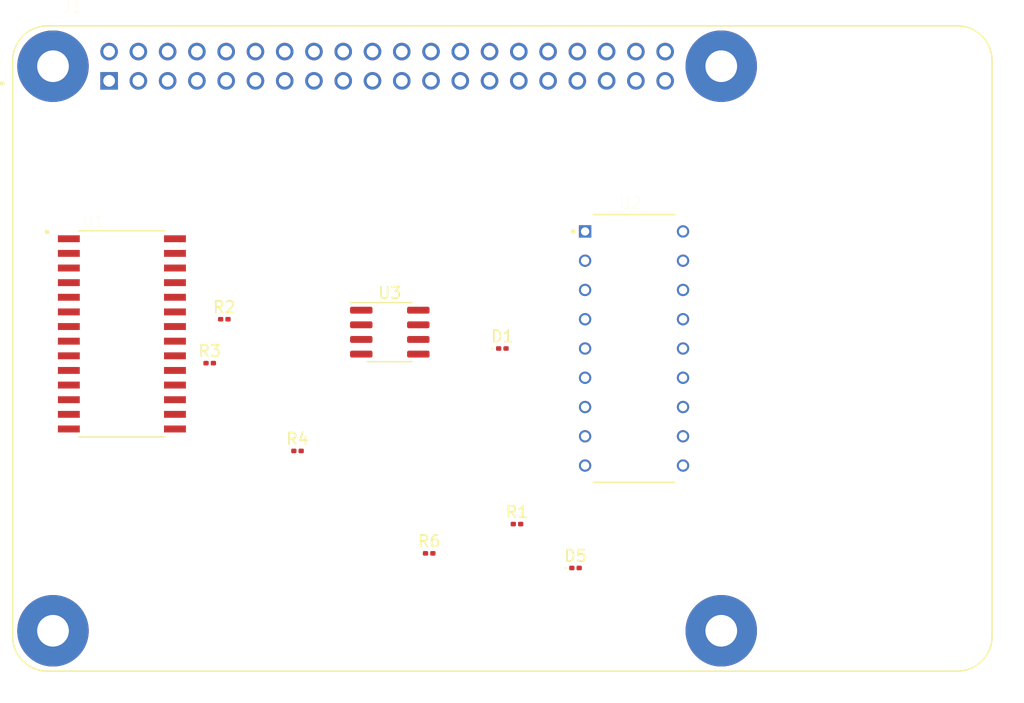
<source format=kicad_pcb>
(kicad_pcb (version 20171130) (host pcbnew "(5.1.9)-1")

  (general
    (thickness 1.6)
    (drawings 0)
    (tracks 0)
    (zones 0)
    (modules 11)
    (nets 61)
  )

  (page A4)
  (layers
    (0 F.Cu signal)
    (31 B.Cu signal)
    (32 B.Adhes user)
    (33 F.Adhes user)
    (34 B.Paste user)
    (35 F.Paste user)
    (36 B.SilkS user)
    (37 F.SilkS user)
    (38 B.Mask user)
    (39 F.Mask user)
    (40 Dwgs.User user)
    (41 Cmts.User user)
    (42 Eco1.User user)
    (43 Eco2.User user)
    (44 Edge.Cuts user)
    (45 Margin user)
    (46 B.CrtYd user)
    (47 F.CrtYd user)
    (48 B.Fab user)
    (49 F.Fab user)
  )

  (setup
    (last_trace_width 0.25)
    (trace_clearance 0.2)
    (zone_clearance 0.508)
    (zone_45_only no)
    (trace_min 0.2)
    (via_size 0.8)
    (via_drill 0.4)
    (via_min_size 0.4)
    (via_min_drill 0.3)
    (uvia_size 0.3)
    (uvia_drill 0.1)
    (uvias_allowed no)
    (uvia_min_size 0.2)
    (uvia_min_drill 0.1)
    (edge_width 0.05)
    (segment_width 0.2)
    (pcb_text_width 0.3)
    (pcb_text_size 1.5 1.5)
    (mod_edge_width 0.12)
    (mod_text_size 1 1)
    (mod_text_width 0.15)
    (pad_size 1.524 1.524)
    (pad_drill 0.762)
    (pad_to_mask_clearance 0)
    (aux_axis_origin 0 0)
    (visible_elements 7FFFFFFF)
    (pcbplotparams
      (layerselection 0x010fc_ffffffff)
      (usegerberextensions false)
      (usegerberattributes true)
      (usegerberadvancedattributes true)
      (creategerberjobfile true)
      (excludeedgelayer true)
      (linewidth 0.100000)
      (plotframeref false)
      (viasonmask false)
      (mode 1)
      (useauxorigin false)
      (hpglpennumber 1)
      (hpglpenspeed 20)
      (hpglpendiameter 15.000000)
      (psnegative false)
      (psa4output false)
      (plotreference true)
      (plotvalue true)
      (plotinvisibletext false)
      (padsonsilk false)
      (subtractmaskfromsilk false)
      (outputformat 1)
      (mirror false)
      (drillshape 1)
      (scaleselection 1)
      (outputdirectory ""))
  )

  (net 0 "")
  (net 1 GND)
  (net 2 "Net-(J1-Pad21)")
  (net 3 "Net-(J1-Pad19)")
  (net 4 "Net-(J1-Pad23)")
  (net 5 "Net-(J1-Pad7)")
  (net 6 "Net-(J1-Pad24)")
  (net 7 "Net-(U1-Pad20)")
  (net 8 "Net-(U1-Pad18)")
  (net 9 "Net-(U1-Pad15)")
  (net 10 "Net-(U1-Pad13)")
  (net 11 "Net-(U1-Pad11)")
  (net 12 "Net-(U1-Pad9)")
  (net 13 "Net-(U1-Pad7)")
  (net 14 "Net-(U1-Pad5)")
  (net 15 "Net-(U1-Pad3)")
  (net 16 "Net-(U1-Pad1)")
  (net 17 "Net-(R4-Pad2)")
  (net 18 "Net-(J1-Pad27)")
  (net 19 "Net-(J1-Pad28)")
  (net 20 "Net-(D5-Pad2)")
  (net 21 "Net-(D5-Pad1)")
  (net 22 "Net-(J1-Pad40)")
  (net 23 "Net-(J1-Pad38)")
  (net 24 "Net-(J1-Pad36)")
  (net 25 "Net-(J1-Pad32)")
  (net 26 "Net-(J1-Pad37)")
  (net 27 "Net-(J1-Pad35)")
  (net 28 "Net-(J1-Pad33)")
  (net 29 "Net-(J1-Pad31)")
  (net 30 "Net-(J1-Pad29)")
  (net 31 "Net-(J1-Pad26)")
  (net 32 "Net-(J1-Pad22)")
  (net 33 "Net-(J1-Pad18)")
  (net 34 "Net-(J1-Pad16)")
  (net 35 "Net-(J1-Pad17)")
  (net 36 "Net-(J1-Pad15)")
  (net 37 "Net-(J1-Pad13)")
  (net 38 "Net-(J1-Pad12)")
  (net 39 "Net-(J1-Pad10)")
  (net 40 "Net-(J1-Pad8)")
  (net 41 "Net-(J1-Pad4)")
  (net 42 "Net-(J1-Pad2)")
  (net 43 "Net-(J1-Pad11)")
  (net 44 "Net-(J1-Pad5)")
  (net 45 "Net-(J1-Pad3)")
  (net 46 "Net-(J1-Pad1)")
  (net 47 "Net-(D1-Pad1)")
  (net 48 "Net-(U2-Pad18)")
  (net 49 "Net-(U2-Pad17)")
  (net 50 "Net-(U2-Pad16)")
  (net 51 "Net-(U2-Pad15)")
  (net 52 "Net-(U2-Pad14)")
  (net 53 "Net-(U2-Pad13)")
  (net 54 "Net-(U2-Pad12)")
  (net 55 "Net-(U2-Pad11)")
  (net 56 "Net-(U2-Pad9)")
  (net 57 "Net-(U2-Pad8)")
  (net 58 "Net-(D1-Pad2)")
  (net 59 "Net-(U2-Pad4)")
  (net 60 "Net-(U2-Pad3)")

  (net_class Default "This is the default net class."
    (clearance 0.2)
    (trace_width 0.25)
    (via_dia 0.8)
    (via_drill 0.4)
    (uvia_dia 0.3)
    (uvia_drill 0.1)
    (add_net GND)
    (add_net "Net-(D1-Pad1)")
    (add_net "Net-(D1-Pad2)")
    (add_net "Net-(D5-Pad1)")
    (add_net "Net-(D5-Pad2)")
    (add_net "Net-(J1-Pad1)")
    (add_net "Net-(J1-Pad10)")
    (add_net "Net-(J1-Pad11)")
    (add_net "Net-(J1-Pad12)")
    (add_net "Net-(J1-Pad13)")
    (add_net "Net-(J1-Pad15)")
    (add_net "Net-(J1-Pad16)")
    (add_net "Net-(J1-Pad17)")
    (add_net "Net-(J1-Pad18)")
    (add_net "Net-(J1-Pad19)")
    (add_net "Net-(J1-Pad2)")
    (add_net "Net-(J1-Pad21)")
    (add_net "Net-(J1-Pad22)")
    (add_net "Net-(J1-Pad23)")
    (add_net "Net-(J1-Pad24)")
    (add_net "Net-(J1-Pad26)")
    (add_net "Net-(J1-Pad27)")
    (add_net "Net-(J1-Pad28)")
    (add_net "Net-(J1-Pad29)")
    (add_net "Net-(J1-Pad3)")
    (add_net "Net-(J1-Pad31)")
    (add_net "Net-(J1-Pad32)")
    (add_net "Net-(J1-Pad33)")
    (add_net "Net-(J1-Pad35)")
    (add_net "Net-(J1-Pad36)")
    (add_net "Net-(J1-Pad37)")
    (add_net "Net-(J1-Pad38)")
    (add_net "Net-(J1-Pad4)")
    (add_net "Net-(J1-Pad40)")
    (add_net "Net-(J1-Pad5)")
    (add_net "Net-(J1-Pad7)")
    (add_net "Net-(J1-Pad8)")
    (add_net "Net-(R4-Pad2)")
    (add_net "Net-(U1-Pad1)")
    (add_net "Net-(U1-Pad11)")
    (add_net "Net-(U1-Pad13)")
    (add_net "Net-(U1-Pad15)")
    (add_net "Net-(U1-Pad18)")
    (add_net "Net-(U1-Pad20)")
    (add_net "Net-(U1-Pad3)")
    (add_net "Net-(U1-Pad5)")
    (add_net "Net-(U1-Pad7)")
    (add_net "Net-(U1-Pad9)")
    (add_net "Net-(U2-Pad11)")
    (add_net "Net-(U2-Pad12)")
    (add_net "Net-(U2-Pad13)")
    (add_net "Net-(U2-Pad14)")
    (add_net "Net-(U2-Pad15)")
    (add_net "Net-(U2-Pad16)")
    (add_net "Net-(U2-Pad17)")
    (add_net "Net-(U2-Pad18)")
    (add_net "Net-(U2-Pad3)")
    (add_net "Net-(U2-Pad4)")
    (add_net "Net-(U2-Pad8)")
    (add_net "Net-(U2-Pad9)")
  )

  (module Resistor_SMD:R_0201_0603Metric (layer F.Cu) (tedit 5F68FEEE) (tstamp 6086399C)
    (at 60.96 100.33)
    (descr "Resistor SMD 0201 (0603 Metric), square (rectangular) end terminal, IPC_7351 nominal, (Body size source: https://www.vishay.com/docs/20052/crcw0201e3.pdf), generated with kicad-footprint-generator")
    (tags resistor)
    (path /605CAB68)
    (attr smd)
    (fp_text reference R4 (at 0 -1.05) (layer F.SilkS)
      (effects (font (size 1 1) (thickness 0.15)))
    )
    (fp_text value R (at 0 1.05) (layer F.Fab)
      (effects (font (size 1 1) (thickness 0.15)))
    )
    (fp_text user %R (at 0 -0.68) (layer F.Fab)
      (effects (font (size 0.25 0.25) (thickness 0.04)))
    )
    (fp_line (start -0.3 0.15) (end -0.3 -0.15) (layer F.Fab) (width 0.1))
    (fp_line (start -0.3 -0.15) (end 0.3 -0.15) (layer F.Fab) (width 0.1))
    (fp_line (start 0.3 -0.15) (end 0.3 0.15) (layer F.Fab) (width 0.1))
    (fp_line (start 0.3 0.15) (end -0.3 0.15) (layer F.Fab) (width 0.1))
    (fp_line (start -0.7 0.35) (end -0.7 -0.35) (layer F.CrtYd) (width 0.05))
    (fp_line (start -0.7 -0.35) (end 0.7 -0.35) (layer F.CrtYd) (width 0.05))
    (fp_line (start 0.7 -0.35) (end 0.7 0.35) (layer F.CrtYd) (width 0.05))
    (fp_line (start 0.7 0.35) (end -0.7 0.35) (layer F.CrtYd) (width 0.05))
    (pad 2 smd roundrect (at 0.32 0) (size 0.46 0.4) (layers F.Cu F.Mask) (roundrect_rratio 0.25)
      (net 17 "Net-(R4-Pad2)"))
    (pad 1 smd roundrect (at -0.32 0) (size 0.46 0.4) (layers F.Cu F.Mask) (roundrect_rratio 0.25)
      (net 46 "Net-(J1-Pad1)"))
    (pad "" smd roundrect (at 0.345 0) (size 0.318 0.36) (layers F.Paste) (roundrect_rratio 0.25))
    (pad "" smd roundrect (at -0.345 0) (size 0.318 0.36) (layers F.Paste) (roundrect_rratio 0.25))
    (model ${KISYS3DMOD}/Resistor_SMD.3dshapes/R_0201_0603Metric.wrl
      (at (xyz 0 0 0))
      (scale (xyz 1 1 1))
      (rotate (xyz 0 0 0))
    )
  )

  (module Resistor_SMD:R_0201_0603Metric (layer F.Cu) (tedit 5F68FEEE) (tstamp 6086398B)
    (at 53.34 92.71)
    (descr "Resistor SMD 0201 (0603 Metric), square (rectangular) end terminal, IPC_7351 nominal, (Body size source: https://www.vishay.com/docs/20052/crcw0201e3.pdf), generated with kicad-footprint-generator")
    (tags resistor)
    (path /605CA644)
    (attr smd)
    (fp_text reference R3 (at 0 -1.05) (layer F.SilkS)
      (effects (font (size 1 1) (thickness 0.15)))
    )
    (fp_text value R (at 0 1.05) (layer F.Fab)
      (effects (font (size 1 1) (thickness 0.15)))
    )
    (fp_text user %R (at 0 -0.68) (layer F.Fab)
      (effects (font (size 0.25 0.25) (thickness 0.04)))
    )
    (fp_line (start -0.3 0.15) (end -0.3 -0.15) (layer F.Fab) (width 0.1))
    (fp_line (start -0.3 -0.15) (end 0.3 -0.15) (layer F.Fab) (width 0.1))
    (fp_line (start 0.3 -0.15) (end 0.3 0.15) (layer F.Fab) (width 0.1))
    (fp_line (start 0.3 0.15) (end -0.3 0.15) (layer F.Fab) (width 0.1))
    (fp_line (start -0.7 0.35) (end -0.7 -0.35) (layer F.CrtYd) (width 0.05))
    (fp_line (start -0.7 -0.35) (end 0.7 -0.35) (layer F.CrtYd) (width 0.05))
    (fp_line (start 0.7 -0.35) (end 0.7 0.35) (layer F.CrtYd) (width 0.05))
    (fp_line (start 0.7 0.35) (end -0.7 0.35) (layer F.CrtYd) (width 0.05))
    (pad 2 smd roundrect (at 0.32 0) (size 0.46 0.4) (layers F.Cu F.Mask) (roundrect_rratio 0.25)
      (net 1 GND))
    (pad 1 smd roundrect (at -0.32 0) (size 0.46 0.4) (layers F.Cu F.Mask) (roundrect_rratio 0.25)
      (net 5 "Net-(J1-Pad7)"))
    (pad "" smd roundrect (at 0.345 0) (size 0.318 0.36) (layers F.Paste) (roundrect_rratio 0.25))
    (pad "" smd roundrect (at -0.345 0) (size 0.318 0.36) (layers F.Paste) (roundrect_rratio 0.25))
    (model ${KISYS3DMOD}/Resistor_SMD.3dshapes/R_0201_0603Metric.wrl
      (at (xyz 0 0 0))
      (scale (xyz 1 1 1))
      (rotate (xyz 0 0 0))
    )
  )

  (module Resistor_SMD:R_0201_0603Metric (layer F.Cu) (tedit 5F68FEEE) (tstamp 6086397A)
    (at 54.61 88.9)
    (descr "Resistor SMD 0201 (0603 Metric), square (rectangular) end terminal, IPC_7351 nominal, (Body size source: https://www.vishay.com/docs/20052/crcw0201e3.pdf), generated with kicad-footprint-generator")
    (tags resistor)
    (path /605CA120)
    (attr smd)
    (fp_text reference R2 (at 0 -1.05) (layer F.SilkS)
      (effects (font (size 1 1) (thickness 0.15)))
    )
    (fp_text value R (at 0 1.05) (layer F.Fab)
      (effects (font (size 1 1) (thickness 0.15)))
    )
    (fp_text user %R (at 0 -0.68) (layer F.Fab)
      (effects (font (size 0.25 0.25) (thickness 0.04)))
    )
    (fp_line (start -0.3 0.15) (end -0.3 -0.15) (layer F.Fab) (width 0.1))
    (fp_line (start -0.3 -0.15) (end 0.3 -0.15) (layer F.Fab) (width 0.1))
    (fp_line (start 0.3 -0.15) (end 0.3 0.15) (layer F.Fab) (width 0.1))
    (fp_line (start 0.3 0.15) (end -0.3 0.15) (layer F.Fab) (width 0.1))
    (fp_line (start -0.7 0.35) (end -0.7 -0.35) (layer F.CrtYd) (width 0.05))
    (fp_line (start -0.7 -0.35) (end 0.7 -0.35) (layer F.CrtYd) (width 0.05))
    (fp_line (start 0.7 -0.35) (end 0.7 0.35) (layer F.CrtYd) (width 0.05))
    (fp_line (start 0.7 0.35) (end -0.7 0.35) (layer F.CrtYd) (width 0.05))
    (pad 2 smd roundrect (at 0.32 0) (size 0.46 0.4) (layers F.Cu F.Mask) (roundrect_rratio 0.25)
      (net 42 "Net-(J1-Pad2)"))
    (pad 1 smd roundrect (at -0.32 0) (size 0.46 0.4) (layers F.Cu F.Mask) (roundrect_rratio 0.25)
      (net 5 "Net-(J1-Pad7)"))
    (pad "" smd roundrect (at 0.345 0) (size 0.318 0.36) (layers F.Paste) (roundrect_rratio 0.25))
    (pad "" smd roundrect (at -0.345 0) (size 0.318 0.36) (layers F.Paste) (roundrect_rratio 0.25))
    (model ${KISYS3DMOD}/Resistor_SMD.3dshapes/R_0201_0603Metric.wrl
      (at (xyz 0 0 0))
      (scale (xyz 1 1 1))
      (rotate (xyz 0 0 0))
    )
  )

  (module Resistor_SMD:R_0201_0603Metric (layer F.Cu) (tedit 5F68FEEE) (tstamp 60863969)
    (at 80.01 106.68)
    (descr "Resistor SMD 0201 (0603 Metric), square (rectangular) end terminal, IPC_7351 nominal, (Body size source: https://www.vishay.com/docs/20052/crcw0201e3.pdf), generated with kicad-footprint-generator")
    (tags resistor)
    (path /605C7F34)
    (attr smd)
    (fp_text reference R1 (at 0 -1.05) (layer F.SilkS)
      (effects (font (size 1 1) (thickness 0.15)))
    )
    (fp_text value R (at 0 1.05) (layer F.Fab)
      (effects (font (size 1 1) (thickness 0.15)))
    )
    (fp_text user %R (at 0 -0.68) (layer F.Fab)
      (effects (font (size 0.25 0.25) (thickness 0.04)))
    )
    (fp_line (start -0.3 0.15) (end -0.3 -0.15) (layer F.Fab) (width 0.1))
    (fp_line (start -0.3 -0.15) (end 0.3 -0.15) (layer F.Fab) (width 0.1))
    (fp_line (start 0.3 -0.15) (end 0.3 0.15) (layer F.Fab) (width 0.1))
    (fp_line (start 0.3 0.15) (end -0.3 0.15) (layer F.Fab) (width 0.1))
    (fp_line (start -0.7 0.35) (end -0.7 -0.35) (layer F.CrtYd) (width 0.05))
    (fp_line (start -0.7 -0.35) (end 0.7 -0.35) (layer F.CrtYd) (width 0.05))
    (fp_line (start 0.7 -0.35) (end 0.7 0.35) (layer F.CrtYd) (width 0.05))
    (fp_line (start 0.7 0.35) (end -0.7 0.35) (layer F.CrtYd) (width 0.05))
    (pad 2 smd roundrect (at 0.32 0) (size 0.46 0.4) (layers F.Cu F.Mask) (roundrect_rratio 0.25)
      (net 21 "Net-(D5-Pad1)"))
    (pad 1 smd roundrect (at -0.32 0) (size 0.46 0.4) (layers F.Cu F.Mask) (roundrect_rratio 0.25)
      (net 42 "Net-(J1-Pad2)"))
    (pad "" smd roundrect (at 0.345 0) (size 0.318 0.36) (layers F.Paste) (roundrect_rratio 0.25))
    (pad "" smd roundrect (at -0.345 0) (size 0.318 0.36) (layers F.Paste) (roundrect_rratio 0.25))
    (model ${KISYS3DMOD}/Resistor_SMD.3dshapes/R_0201_0603Metric.wrl
      (at (xyz 0 0 0))
      (scale (xyz 1 1 1))
      (rotate (xyz 0 0 0))
    )
  )

  (module LED_SMD:LED_0201_0603Metric (layer F.Cu) (tedit 5F68FEF1) (tstamp 608638A0)
    (at 78.74 91.44)
    (descr "LED SMD 0201 (0603 Metric), square (rectangular) end terminal, IPC_7351 nominal, (Body size source: https://www.vishay.com/docs/20052/crcw0201e3.pdf), generated with kicad-footprint-generator")
    (tags LED)
    (path /605C10F4)
    (attr smd)
    (fp_text reference D1 (at 0 -1.05) (layer F.SilkS)
      (effects (font (size 1 1) (thickness 0.15)))
    )
    (fp_text value LED (at 0 1.05) (layer F.Fab)
      (effects (font (size 1 1) (thickness 0.15)))
    )
    (fp_text user %R (at 0 -0.68) (layer F.Fab)
      (effects (font (size 0.25 0.25) (thickness 0.04)))
    )
    (fp_circle (center -0.86 0) (end -0.81 0) (layer F.SilkS) (width 0.1))
    (fp_line (start -0.3 0.15) (end -0.3 -0.15) (layer F.Fab) (width 0.1))
    (fp_line (start -0.3 -0.15) (end 0.3 -0.15) (layer F.Fab) (width 0.1))
    (fp_line (start 0.3 -0.15) (end 0.3 0.15) (layer F.Fab) (width 0.1))
    (fp_line (start 0.3 0.15) (end -0.3 0.15) (layer F.Fab) (width 0.1))
    (fp_line (start -0.2 0.15) (end -0.2 -0.15) (layer F.Fab) (width 0.1))
    (fp_line (start -0.1 0.15) (end -0.1 -0.15) (layer F.Fab) (width 0.1))
    (fp_line (start -0.7 0.35) (end -0.7 -0.35) (layer F.CrtYd) (width 0.05))
    (fp_line (start -0.7 -0.35) (end 0.7 -0.35) (layer F.CrtYd) (width 0.05))
    (fp_line (start 0.7 -0.35) (end 0.7 0.35) (layer F.CrtYd) (width 0.05))
    (fp_line (start 0.7 0.35) (end -0.7 0.35) (layer F.CrtYd) (width 0.05))
    (pad 2 smd roundrect (at 0.32 0) (size 0.46 0.4) (layers F.Cu F.Mask) (roundrect_rratio 0.25)
      (net 58 "Net-(D1-Pad2)"))
    (pad 1 smd roundrect (at -0.32 0) (size 0.46 0.4) (layers F.Cu F.Mask) (roundrect_rratio 0.25)
      (net 47 "Net-(D1-Pad1)"))
    (pad "" smd roundrect (at 0.345 0) (size 0.318 0.36) (layers F.Paste) (roundrect_rratio 0.25))
    (pad "" smd roundrect (at -0.345 0) (size 0.318 0.36) (layers F.Paste) (roundrect_rratio 0.25))
    (model ${KISYS3DMOD}/LED_SMD.3dshapes/LED_0201_0603Metric.wrl
      (at (xyz 0 0 0))
      (scale (xyz 1 1 1))
      (rotate (xyz 0 0 0))
    )
  )

  (module PIHAT:DIP850W46P254L2324H393Q18 (layer F.Cu) (tedit 605A7A6E) (tstamp 60862E1F)
    (at 90.17 91.44)
    (path /605C4051)
    (fp_text reference U2 (at -0.31 -12.632) (layer F.SilkS)
      (effects (font (size 1 1) (thickness 0.015)))
    )
    (fp_text value ULN2803A (at 12.39 12.632) (layer F.Fab)
      (effects (font (size 1 1) (thickness 0.015)))
    )
    (fp_line (start -5.035 -11.87) (end -5.035 11.87) (layer F.CrtYd) (width 0.05))
    (fp_line (start 5.035 -11.87) (end 5.035 11.87) (layer F.CrtYd) (width 0.05))
    (fp_line (start 5.035 11.87) (end -5.035 11.87) (layer F.CrtYd) (width 0.05))
    (fp_line (start 5.035 -11.87) (end -5.035 -11.87) (layer F.CrtYd) (width 0.05))
    (fp_line (start 3.55 -11.62) (end 3.55 11.62) (layer F.Fab) (width 0.127))
    (fp_line (start -3.55 -11.62) (end -3.55 11.62) (layer F.Fab) (width 0.127))
    (fp_line (start -3.55 11.62) (end 3.55 11.62) (layer F.SilkS) (width 0.127))
    (fp_line (start -3.55 -11.62) (end 3.55 -11.62) (layer F.SilkS) (width 0.127))
    (fp_line (start -3.55 11.62) (end 3.55 11.62) (layer F.Fab) (width 0.127))
    (fp_line (start -3.55 -11.62) (end 3.55 -11.62) (layer F.Fab) (width 0.127))
    (fp_circle (center -5.285 -10.16) (end -5.185 -10.16) (layer F.Fab) (width 0.2))
    (fp_circle (center -5.285 -10.16) (end -5.185 -10.16) (layer F.SilkS) (width 0.2))
    (pad 18 thru_hole circle (at 4.25 -10.16) (size 1.07 1.07) (drill 0.72) (layers *.Cu *.Mask)
      (net 48 "Net-(U2-Pad18)"))
    (pad 17 thru_hole circle (at 4.25 -7.62) (size 1.07 1.07) (drill 0.72) (layers *.Cu *.Mask)
      (net 49 "Net-(U2-Pad17)"))
    (pad 16 thru_hole circle (at 4.25 -5.08) (size 1.07 1.07) (drill 0.72) (layers *.Cu *.Mask)
      (net 50 "Net-(U2-Pad16)"))
    (pad 15 thru_hole circle (at 4.25 -2.54) (size 1.07 1.07) (drill 0.72) (layers *.Cu *.Mask)
      (net 51 "Net-(U2-Pad15)"))
    (pad 14 thru_hole circle (at 4.25 0) (size 1.07 1.07) (drill 0.72) (layers *.Cu *.Mask)
      (net 52 "Net-(U2-Pad14)"))
    (pad 13 thru_hole circle (at 4.25 2.54) (size 1.07 1.07) (drill 0.72) (layers *.Cu *.Mask)
      (net 53 "Net-(U2-Pad13)"))
    (pad 12 thru_hole circle (at 4.25 5.08) (size 1.07 1.07) (drill 0.72) (layers *.Cu *.Mask)
      (net 54 "Net-(U2-Pad12)"))
    (pad 11 thru_hole circle (at 4.25 7.62) (size 1.07 1.07) (drill 0.72) (layers *.Cu *.Mask)
      (net 55 "Net-(U2-Pad11)"))
    (pad 10 thru_hole circle (at 4.25 10.16) (size 1.07 1.07) (drill 0.72) (layers *.Cu *.Mask)
      (net 12 "Net-(U1-Pad9)"))
    (pad 9 thru_hole circle (at -4.25 10.16) (size 1.07 1.07) (drill 0.72) (layers *.Cu *.Mask)
      (net 56 "Net-(U2-Pad9)"))
    (pad 8 thru_hole circle (at -4.25 7.62) (size 1.07 1.07) (drill 0.72) (layers *.Cu *.Mask)
      (net 57 "Net-(U2-Pad8)"))
    (pad 7 thru_hole circle (at -4.25 5.08) (size 1.07 1.07) (drill 0.72) (layers *.Cu *.Mask)
      (net 20 "Net-(D5-Pad2)"))
    (pad 6 thru_hole circle (at -4.25 2.54) (size 1.07 1.07) (drill 0.72) (layers *.Cu *.Mask)
      (net 10 "Net-(U1-Pad13)"))
    (pad 5 thru_hole circle (at -4.25 0) (size 1.07 1.07) (drill 0.72) (layers *.Cu *.Mask)
      (net 58 "Net-(D1-Pad2)"))
    (pad 4 thru_hole circle (at -4.25 -2.54) (size 1.07 1.07) (drill 0.72) (layers *.Cu *.Mask)
      (net 59 "Net-(U2-Pad4)"))
    (pad 3 thru_hole circle (at -4.25 -5.08) (size 1.07 1.07) (drill 0.72) (layers *.Cu *.Mask)
      (net 60 "Net-(U2-Pad3)"))
    (pad 2 thru_hole circle (at -4.25 -7.62) (size 1.07 1.07) (drill 0.72) (layers *.Cu *.Mask)
      (net 1 GND))
    (pad 1 thru_hole rect (at -4.25 -10.16) (size 1.07 1.07) (drill 0.72) (layers *.Cu *.Mask)
      (net 42 "Net-(J1-Pad2)"))
  )

  (module Resistor_SMD:R_0201_0603Metric (layer F.Cu) (tedit 5F68FEEE) (tstamp 60862DA7)
    (at 72.39 109.22)
    (descr "Resistor SMD 0201 (0603 Metric), square (rectangular) end terminal, IPC_7351 nominal, (Body size source: https://www.vishay.com/docs/20052/crcw0201e3.pdf), generated with kicad-footprint-generator")
    (tags resistor)
    (path /605C8CB5)
    (attr smd)
    (fp_text reference R6 (at 0 -1.05) (layer F.SilkS)
      (effects (font (size 1 1) (thickness 0.15)))
    )
    (fp_text value R (at 0 1.05) (layer F.Fab)
      (effects (font (size 1 1) (thickness 0.15)))
    )
    (fp_line (start 0.7 0.35) (end -0.7 0.35) (layer F.CrtYd) (width 0.05))
    (fp_line (start 0.7 -0.35) (end 0.7 0.35) (layer F.CrtYd) (width 0.05))
    (fp_line (start -0.7 -0.35) (end 0.7 -0.35) (layer F.CrtYd) (width 0.05))
    (fp_line (start -0.7 0.35) (end -0.7 -0.35) (layer F.CrtYd) (width 0.05))
    (fp_line (start 0.3 0.15) (end -0.3 0.15) (layer F.Fab) (width 0.1))
    (fp_line (start 0.3 -0.15) (end 0.3 0.15) (layer F.Fab) (width 0.1))
    (fp_line (start -0.3 -0.15) (end 0.3 -0.15) (layer F.Fab) (width 0.1))
    (fp_line (start -0.3 0.15) (end -0.3 -0.15) (layer F.Fab) (width 0.1))
    (fp_text user %R (at 0 -0.68) (layer F.Fab)
      (effects (font (size 0.25 0.25) (thickness 0.04)))
    )
    (pad 2 smd roundrect (at 0.32 0) (size 0.46 0.4) (layers F.Cu F.Mask) (roundrect_rratio 0.25)
      (net 47 "Net-(D1-Pad1)"))
    (pad 1 smd roundrect (at -0.32 0) (size 0.46 0.4) (layers F.Cu F.Mask) (roundrect_rratio 0.25)
      (net 42 "Net-(J1-Pad2)"))
    (pad "" smd roundrect (at 0.345 0) (size 0.318 0.36) (layers F.Paste) (roundrect_rratio 0.25))
    (pad "" smd roundrect (at -0.345 0) (size 0.318 0.36) (layers F.Paste) (roundrect_rratio 0.25))
    (model ${KISYS3DMOD}/Resistor_SMD.3dshapes/R_0201_0603Metric.wrl
      (at (xyz 0 0 0))
      (scale (xyz 1 1 1))
      (rotate (xyz 0 0 0))
    )
  )

  (module PIHAT:MODULE_RASPBERRY_PI_3_MODEL_B+ (layer F.Cu) (tedit 6085CD32) (tstamp 60862D96)
    (at 78.74 91.44)
    (path /605A89A4)
    (fp_text reference J1 (at -37.325 -29.635) (layer F.SilkS)
      (effects (font (size 1 1) (thickness 0.015)))
    )
    (fp_text value Raspberry_Pi_2_3 (at -21.65 29.965) (layer F.Fab)
      (effects (font (size 1 1) (thickness 0.015)))
    )
    (fp_line (start 39.5 -28) (end -39.5 -28) (layer F.Fab) (width 0.127))
    (fp_line (start 42.5 25) (end 42.5 -25) (layer F.Fab) (width 0.127))
    (fp_line (start -39.5 28) (end 39.5 28) (layer F.Fab) (width 0.127))
    (fp_line (start -42.5 -25) (end -42.5 25) (layer F.Fab) (width 0.127))
    (fp_circle (center -43.4 -23) (end -43.3 -23) (layer F.Fab) (width 0.2))
    (fp_circle (center -43.4 -23) (end -43.3 -23) (layer F.SilkS) (width 0.2))
    (fp_line (start 45.25 30.75) (end -42.75 30.75) (layer F.CrtYd) (width 0.05))
    (fp_line (start 45.25 -28.25) (end 45.25 30.75) (layer F.CrtYd) (width 0.05))
    (fp_line (start -42.75 -28.25) (end 45.25 -28.25) (layer F.CrtYd) (width 0.05))
    (fp_line (start -42.75 30.75) (end -42.75 -28.25) (layer F.CrtYd) (width 0.05))
    (fp_line (start 23.5 -25.5) (end 23.5 25.5) (layer F.Fab) (width 0.127))
    (fp_line (start 45 -25.5) (end 23.5 -25.5) (layer F.Fab) (width 0.127))
    (fp_line (start 45 25.5) (end 45 -25.5) (layer F.Fab) (width 0.127))
    (fp_line (start 23.5 25.5) (end 45 25.5) (layer F.Fab) (width 0.127))
    (fp_line (start 39.5 -28) (end -39.5 -28) (layer F.SilkS) (width 0.127))
    (fp_line (start 42.5 25) (end 42.5 -25) (layer F.SilkS) (width 0.127))
    (fp_line (start -39.5 28) (end 39.5 28) (layer F.SilkS) (width 0.127))
    (fp_line (start -42.5 -25) (end -42.5 25) (layer F.SilkS) (width 0.127))
    (fp_arc (start -39.5 -25) (end -42.5 -25) (angle 90) (layer F.Fab) (width 0.127))
    (fp_arc (start 39.5 -25) (end 39.5 -28) (angle 90) (layer F.Fab) (width 0.127))
    (fp_arc (start 39.5 25) (end 42.5 25) (angle 90) (layer F.Fab) (width 0.127))
    (fp_arc (start -39.5 25) (end -39.5 28) (angle 90) (layer F.Fab) (width 0.127))
    (fp_arc (start -39.5 -25) (end -42.5 -25) (angle 90) (layer F.SilkS) (width 0.127))
    (fp_arc (start 39.5 -25) (end 39.5 -28) (angle 90) (layer F.SilkS) (width 0.127))
    (fp_arc (start 39.5 25) (end 42.5 25) (angle 90) (layer F.SilkS) (width 0.127))
    (fp_arc (start -39.5 25) (end -39.5 28) (angle 90) (layer F.SilkS) (width 0.127))
    (pad 40 thru_hole circle (at 14.13 -25.77) (size 1.524 1.524) (drill 1.016) (layers *.Cu *.Mask)
      (net 22 "Net-(J1-Pad40)"))
    (pad 38 thru_hole circle (at 11.59 -25.77) (size 1.524 1.524) (drill 1.016) (layers *.Cu *.Mask)
      (net 23 "Net-(J1-Pad38)"))
    (pad 36 thru_hole circle (at 9.05 -25.77) (size 1.524 1.524) (drill 1.016) (layers *.Cu *.Mask)
      (net 24 "Net-(J1-Pad36)"))
    (pad 34 thru_hole circle (at 6.51 -25.77) (size 1.524 1.524) (drill 1.016) (layers *.Cu *.Mask)
      (net 1 GND))
    (pad 32 thru_hole circle (at 3.97 -25.77) (size 1.524 1.524) (drill 1.016) (layers *.Cu *.Mask)
      (net 25 "Net-(J1-Pad32)"))
    (pad 30 thru_hole circle (at 1.43 -25.77) (size 1.524 1.524) (drill 1.016) (layers *.Cu *.Mask)
      (net 1 GND))
    (pad 39 thru_hole circle (at 14.13 -23.23) (size 1.524 1.524) (drill 1.016) (layers *.Cu *.Mask)
      (net 1 GND))
    (pad 37 thru_hole circle (at 11.59 -23.23) (size 1.524 1.524) (drill 1.016) (layers *.Cu *.Mask)
      (net 26 "Net-(J1-Pad37)"))
    (pad 35 thru_hole circle (at 9.05 -23.23) (size 1.524 1.524) (drill 1.016) (layers *.Cu *.Mask)
      (net 27 "Net-(J1-Pad35)"))
    (pad 33 thru_hole circle (at 6.51 -23.23) (size 1.524 1.524) (drill 1.016) (layers *.Cu *.Mask)
      (net 28 "Net-(J1-Pad33)"))
    (pad 31 thru_hole circle (at 3.97 -23.23) (size 1.524 1.524) (drill 1.016) (layers *.Cu *.Mask)
      (net 29 "Net-(J1-Pad31)"))
    (pad 29 thru_hole circle (at 1.43 -23.23) (size 1.524 1.524) (drill 1.016) (layers *.Cu *.Mask)
      (net 30 "Net-(J1-Pad29)"))
    (pad 28 thru_hole circle (at -1.11 -25.77) (size 1.524 1.524) (drill 1.016) (layers *.Cu *.Mask)
      (net 19 "Net-(J1-Pad28)"))
    (pad 27 thru_hole circle (at -1.11 -23.23) (size 1.524 1.524) (drill 1.016) (layers *.Cu *.Mask)
      (net 18 "Net-(J1-Pad27)"))
    (pad 26 thru_hole circle (at -3.65 -25.77) (size 1.524 1.524) (drill 1.016) (layers *.Cu *.Mask)
      (net 31 "Net-(J1-Pad26)"))
    (pad 24 thru_hole circle (at -6.19 -25.77) (size 1.524 1.524) (drill 1.016) (layers *.Cu *.Mask)
      (net 6 "Net-(J1-Pad24)"))
    (pad 22 thru_hole circle (at -8.73 -25.77) (size 1.524 1.524) (drill 1.016) (layers *.Cu *.Mask)
      (net 32 "Net-(J1-Pad22)"))
    (pad 20 thru_hole circle (at -11.27 -25.77) (size 1.524 1.524) (drill 1.016) (layers *.Cu *.Mask)
      (net 1 GND))
    (pad 18 thru_hole circle (at -13.81 -25.77) (size 1.524 1.524) (drill 1.016) (layers *.Cu *.Mask)
      (net 33 "Net-(J1-Pad18)"))
    (pad 16 thru_hole circle (at -16.35 -25.77) (size 1.524 1.524) (drill 1.016) (layers *.Cu *.Mask)
      (net 34 "Net-(J1-Pad16)"))
    (pad 25 thru_hole circle (at -3.65 -23.23) (size 1.524 1.524) (drill 1.016) (layers *.Cu *.Mask)
      (net 1 GND))
    (pad 23 thru_hole circle (at -6.19 -23.23) (size 1.524 1.524) (drill 1.016) (layers *.Cu *.Mask)
      (net 4 "Net-(J1-Pad23)"))
    (pad 21 thru_hole circle (at -8.73 -23.23) (size 1.524 1.524) (drill 1.016) (layers *.Cu *.Mask)
      (net 2 "Net-(J1-Pad21)"))
    (pad 19 thru_hole circle (at -11.27 -23.23) (size 1.524 1.524) (drill 1.016) (layers *.Cu *.Mask)
      (net 3 "Net-(J1-Pad19)"))
    (pad 17 thru_hole circle (at -13.81 -23.23) (size 1.524 1.524) (drill 1.016) (layers *.Cu *.Mask)
      (net 35 "Net-(J1-Pad17)"))
    (pad 15 thru_hole circle (at -16.35 -23.23) (size 1.524 1.524) (drill 1.016) (layers *.Cu *.Mask)
      (net 36 "Net-(J1-Pad15)"))
    (pad 14 thru_hole circle (at -18.89 -25.77) (size 1.524 1.524) (drill 1.016) (layers *.Cu *.Mask)
      (net 1 GND))
    (pad 13 thru_hole circle (at -18.89 -23.23) (size 1.524 1.524) (drill 1.016) (layers *.Cu *.Mask)
      (net 37 "Net-(J1-Pad13)"))
    (pad 12 thru_hole circle (at -21.43 -25.77) (size 1.524 1.524) (drill 1.016) (layers *.Cu *.Mask)
      (net 38 "Net-(J1-Pad12)"))
    (pad 10 thru_hole circle (at -23.97 -25.77) (size 1.524 1.524) (drill 1.016) (layers *.Cu *.Mask)
      (net 39 "Net-(J1-Pad10)"))
    (pad 8 thru_hole circle (at -26.51 -25.77) (size 1.524 1.524) (drill 1.016) (layers *.Cu *.Mask)
      (net 40 "Net-(J1-Pad8)"))
    (pad 6 thru_hole circle (at -29.05 -25.77) (size 1.524 1.524) (drill 1.016) (layers *.Cu *.Mask)
      (net 1 GND))
    (pad 4 thru_hole circle (at -31.59 -25.77) (size 1.524 1.524) (drill 1.016) (layers *.Cu *.Mask)
      (net 41 "Net-(J1-Pad4)"))
    (pad 2 thru_hole circle (at -34.13 -25.77) (size 1.524 1.524) (drill 1.016) (layers *.Cu *.Mask)
      (net 42 "Net-(J1-Pad2)"))
    (pad 11 thru_hole circle (at -21.43 -23.23) (size 1.524 1.524) (drill 1.016) (layers *.Cu *.Mask)
      (net 43 "Net-(J1-Pad11)"))
    (pad 9 thru_hole circle (at -23.97 -23.23) (size 1.524 1.524) (drill 1.016) (layers *.Cu *.Mask)
      (net 1 GND))
    (pad 7 thru_hole circle (at -26.51 -23.23) (size 1.524 1.524) (drill 1.016) (layers *.Cu *.Mask)
      (net 5 "Net-(J1-Pad7)"))
    (pad 5 thru_hole circle (at -29.05 -23.23) (size 1.524 1.524) (drill 1.016) (layers *.Cu *.Mask)
      (net 44 "Net-(J1-Pad5)"))
    (pad 3 thru_hole circle (at -31.59 -23.23) (size 1.524 1.524) (drill 1.016) (layers *.Cu *.Mask)
      (net 45 "Net-(J1-Pad3)"))
    (pad 1 thru_hole rect (at -34.13 -23.23) (size 1.524 1.524) (drill 1.016) (layers *.Cu *.Mask)
      (net 46 "Net-(J1-Pad1)"))
    (pad S1 thru_hole circle (at -39 -24.5) (size 6.2 6.2) (drill 2.75) (layers *.Cu *.Mask))
    (pad S2 thru_hole circle (at 19 -24.5) (size 6.2 6.2) (drill 2.75) (layers *.Cu *.Mask))
    (pad S3 thru_hole circle (at 19 24.5) (size 6.2 6.2) (drill 2.75) (layers *.Cu *.Mask))
    (pad S4 thru_hole circle (at -39 24.5) (size 6.2 6.2) (drill 2.75) (layers *.Cu *.Mask))
  )

  (module LED_SMD:LED_0201_0603Metric (layer F.Cu) (tedit 5F68FEF1) (tstamp 60862D4C)
    (at 85.09 110.49)
    (descr "LED SMD 0201 (0603 Metric), square (rectangular) end terminal, IPC_7351 nominal, (Body size source: https://www.vishay.com/docs/20052/crcw0201e3.pdf), generated with kicad-footprint-generator")
    (tags LED)
    (path /605BCED7)
    (attr smd)
    (fp_text reference D5 (at 0 -1.05) (layer F.SilkS)
      (effects (font (size 1 1) (thickness 0.15)))
    )
    (fp_text value LED (at 0 1.05) (layer F.Fab)
      (effects (font (size 1 1) (thickness 0.15)))
    )
    (fp_line (start 0.7 0.35) (end -0.7 0.35) (layer F.CrtYd) (width 0.05))
    (fp_line (start 0.7 -0.35) (end 0.7 0.35) (layer F.CrtYd) (width 0.05))
    (fp_line (start -0.7 -0.35) (end 0.7 -0.35) (layer F.CrtYd) (width 0.05))
    (fp_line (start -0.7 0.35) (end -0.7 -0.35) (layer F.CrtYd) (width 0.05))
    (fp_line (start -0.1 0.15) (end -0.1 -0.15) (layer F.Fab) (width 0.1))
    (fp_line (start -0.2 0.15) (end -0.2 -0.15) (layer F.Fab) (width 0.1))
    (fp_line (start 0.3 0.15) (end -0.3 0.15) (layer F.Fab) (width 0.1))
    (fp_line (start 0.3 -0.15) (end 0.3 0.15) (layer F.Fab) (width 0.1))
    (fp_line (start -0.3 -0.15) (end 0.3 -0.15) (layer F.Fab) (width 0.1))
    (fp_line (start -0.3 0.15) (end -0.3 -0.15) (layer F.Fab) (width 0.1))
    (fp_circle (center -0.86 0) (end -0.81 0) (layer F.SilkS) (width 0.1))
    (fp_text user %R (at 0 -0.68) (layer F.Fab)
      (effects (font (size 0.25 0.25) (thickness 0.04)))
    )
    (pad 2 smd roundrect (at 0.32 0) (size 0.46 0.4) (layers F.Cu F.Mask) (roundrect_rratio 0.25)
      (net 20 "Net-(D5-Pad2)"))
    (pad 1 smd roundrect (at -0.32 0) (size 0.46 0.4) (layers F.Cu F.Mask) (roundrect_rratio 0.25)
      (net 21 "Net-(D5-Pad1)"))
    (pad "" smd roundrect (at 0.345 0) (size 0.318 0.36) (layers F.Paste) (roundrect_rratio 0.25))
    (pad "" smd roundrect (at -0.345 0) (size 0.318 0.36) (layers F.Paste) (roundrect_rratio 0.25))
    (model ${KISYS3DMOD}/LED_SMD.3dshapes/LED_0201_0603Metric.wrl
      (at (xyz 0 0 0))
      (scale (xyz 1 1 1))
      (rotate (xyz 0 0 0))
    )
  )

  (module Package_SO:SOIC-8_3.9x4.9mm_P1.27mm (layer F.Cu) (tedit 5D9F72B1) (tstamp 6086174B)
    (at 68.97 90.02)
    (descr "SOIC, 8 Pin (JEDEC MS-012AA, https://www.analog.com/media/en/package-pcb-resources/package/pkg_pdf/soic_narrow-r/r_8.pdf), generated with kicad-footprint-generator ipc_gullwing_generator.py")
    (tags "SOIC SO")
    (path /605C2D2C)
    (attr smd)
    (fp_text reference U3 (at 0 -3.4) (layer F.SilkS)
      (effects (font (size 1 1) (thickness 0.15)))
    )
    (fp_text value AT24CS32-SSHM (at 0 3.4) (layer F.Fab)
      (effects (font (size 1 1) (thickness 0.15)))
    )
    (fp_line (start 3.7 -2.7) (end -3.7 -2.7) (layer F.CrtYd) (width 0.05))
    (fp_line (start 3.7 2.7) (end 3.7 -2.7) (layer F.CrtYd) (width 0.05))
    (fp_line (start -3.7 2.7) (end 3.7 2.7) (layer F.CrtYd) (width 0.05))
    (fp_line (start -3.7 -2.7) (end -3.7 2.7) (layer F.CrtYd) (width 0.05))
    (fp_line (start -1.95 -1.475) (end -0.975 -2.45) (layer F.Fab) (width 0.1))
    (fp_line (start -1.95 2.45) (end -1.95 -1.475) (layer F.Fab) (width 0.1))
    (fp_line (start 1.95 2.45) (end -1.95 2.45) (layer F.Fab) (width 0.1))
    (fp_line (start 1.95 -2.45) (end 1.95 2.45) (layer F.Fab) (width 0.1))
    (fp_line (start -0.975 -2.45) (end 1.95 -2.45) (layer F.Fab) (width 0.1))
    (fp_line (start 0 -2.56) (end -3.45 -2.56) (layer F.SilkS) (width 0.12))
    (fp_line (start 0 -2.56) (end 1.95 -2.56) (layer F.SilkS) (width 0.12))
    (fp_line (start 0 2.56) (end -1.95 2.56) (layer F.SilkS) (width 0.12))
    (fp_line (start 0 2.56) (end 1.95 2.56) (layer F.SilkS) (width 0.12))
    (fp_text user %R (at 0 0) (layer F.Fab)
      (effects (font (size 0.98 0.98) (thickness 0.15)))
    )
    (pad 8 smd roundrect (at 2.475 -1.905) (size 1.95 0.6) (layers F.Cu F.Paste F.Mask) (roundrect_rratio 0.25)
      (net 46 "Net-(J1-Pad1)"))
    (pad 7 smd roundrect (at 2.475 -0.635) (size 1.95 0.6) (layers F.Cu F.Paste F.Mask) (roundrect_rratio 0.25)
      (net 17 "Net-(R4-Pad2)"))
    (pad 6 smd roundrect (at 2.475 0.635) (size 1.95 0.6) (layers F.Cu F.Paste F.Mask) (roundrect_rratio 0.25)
      (net 18 "Net-(J1-Pad27)"))
    (pad 5 smd roundrect (at 2.475 1.905) (size 1.95 0.6) (layers F.Cu F.Paste F.Mask) (roundrect_rratio 0.25)
      (net 19 "Net-(J1-Pad28)"))
    (pad 4 smd roundrect (at -2.475 1.905) (size 1.95 0.6) (layers F.Cu F.Paste F.Mask) (roundrect_rratio 0.25)
      (net 1 GND))
    (pad 3 smd roundrect (at -2.475 0.635) (size 1.95 0.6) (layers F.Cu F.Paste F.Mask) (roundrect_rratio 0.25)
      (net 1 GND))
    (pad 2 smd roundrect (at -2.475 -0.635) (size 1.95 0.6) (layers F.Cu F.Paste F.Mask) (roundrect_rratio 0.25)
      (net 1 GND))
    (pad 1 smd roundrect (at -2.475 -1.905) (size 1.95 0.6) (layers F.Cu F.Paste F.Mask) (roundrect_rratio 0.25)
      (net 1 GND))
    (model ${KISYS3DMOD}/Package_SO.3dshapes/SOIC-8_3.9x4.9mm_P1.27mm.wrl
      (at (xyz 0 0 0))
      (scale (xyz 1 1 1))
      (rotate (xyz 0 0 0))
    )
  )

  (module PIHAT:SOIC127P1030X265-28N (layer F.Cu) (tedit 605A6B65) (tstamp 60861731)
    (at 45.72 90.17)
    (path /605A6254)
    (fp_text reference U1 (at -2.475 -9.762) (layer F.SilkS)
      (effects (font (size 1 1) (thickness 0.015)))
    )
    (fp_text value MCP23S17-E_SO (at 7.05 9.762) (layer F.Fab)
      (effects (font (size 1 1) (thickness 0.015)))
    )
    (fp_line (start 5.805 -9.2) (end 5.805 9.2) (layer F.CrtYd) (width 0.05))
    (fp_line (start -5.805 -9.2) (end -5.805 9.2) (layer F.CrtYd) (width 0.05))
    (fp_line (start -5.805 9.2) (end 5.805 9.2) (layer F.CrtYd) (width 0.05))
    (fp_line (start -5.805 -9.2) (end 5.805 -9.2) (layer F.CrtYd) (width 0.05))
    (fp_line (start 3.75 -8.95) (end 3.75 8.95) (layer F.Fab) (width 0.127))
    (fp_line (start -3.75 -8.95) (end -3.75 8.95) (layer F.Fab) (width 0.127))
    (fp_line (start -3.75 8.95) (end 3.75 8.95) (layer F.SilkS) (width 0.127))
    (fp_line (start -3.75 -8.95) (end 3.75 -8.95) (layer F.SilkS) (width 0.127))
    (fp_line (start -3.75 8.95) (end 3.75 8.95) (layer F.Fab) (width 0.127))
    (fp_line (start -3.75 -8.95) (end 3.75 -8.95) (layer F.Fab) (width 0.127))
    (fp_circle (center -6.505 -8.855) (end -6.405 -8.855) (layer F.Fab) (width 0.2))
    (fp_circle (center -6.505 -8.855) (end -6.405 -8.855) (layer F.SilkS) (width 0.2))
    (pad 28 smd rect (at 4.605 -8.255) (size 1.9 0.6) (layers F.Cu F.Paste F.Mask)
      (net 1 GND))
    (pad 27 smd rect (at 4.605 -6.985) (size 1.9 0.6) (layers F.Cu F.Paste F.Mask)
      (net 2 "Net-(J1-Pad21)"))
    (pad 26 smd rect (at 4.605 -5.715) (size 1.9 0.6) (layers F.Cu F.Paste F.Mask)
      (net 1 GND))
    (pad 25 smd rect (at 4.605 -4.445) (size 1.9 0.6) (layers F.Cu F.Paste F.Mask)
      (net 3 "Net-(J1-Pad19)"))
    (pad 24 smd rect (at 4.605 -3.175) (size 1.9 0.6) (layers F.Cu F.Paste F.Mask)
      (net 1 GND))
    (pad 23 smd rect (at 4.605 -1.905) (size 1.9 0.6) (layers F.Cu F.Paste F.Mask)
      (net 4 "Net-(J1-Pad23)"))
    (pad 22 smd rect (at 4.605 -0.635) (size 1.9 0.6) (layers F.Cu F.Paste F.Mask)
      (net 5 "Net-(J1-Pad7)"))
    (pad 21 smd rect (at 4.605 0.635) (size 1.9 0.6) (layers F.Cu F.Paste F.Mask)
      (net 6 "Net-(J1-Pad24)"))
    (pad 20 smd rect (at 4.605 1.905) (size 1.9 0.6) (layers F.Cu F.Paste F.Mask)
      (net 7 "Net-(U1-Pad20)"))
    (pad 19 smd rect (at 4.605 3.175) (size 1.9 0.6) (layers F.Cu F.Paste F.Mask)
      (net 1 GND))
    (pad 18 smd rect (at 4.605 4.445) (size 1.9 0.6) (layers F.Cu F.Paste F.Mask)
      (net 8 "Net-(U1-Pad18)"))
    (pad 17 smd rect (at 4.605 5.715) (size 1.9 0.6) (layers F.Cu F.Paste F.Mask)
      (net 46 "Net-(J1-Pad1)"))
    (pad 16 smd rect (at 4.605 6.985) (size 1.9 0.6) (layers F.Cu F.Paste F.Mask)
      (net 46 "Net-(J1-Pad1)"))
    (pad 15 smd rect (at 4.605 8.255) (size 1.9 0.6) (layers F.Cu F.Paste F.Mask)
      (net 9 "Net-(U1-Pad15)"))
    (pad 14 smd rect (at -4.605 8.255) (size 1.9 0.6) (layers F.Cu F.Paste F.Mask)
      (net 46 "Net-(J1-Pad1)"))
    (pad 13 smd rect (at -4.605 6.985) (size 1.9 0.6) (layers F.Cu F.Paste F.Mask)
      (net 10 "Net-(U1-Pad13)"))
    (pad 12 smd rect (at -4.605 5.715) (size 1.9 0.6) (layers F.Cu F.Paste F.Mask)
      (net 46 "Net-(J1-Pad1)"))
    (pad 11 smd rect (at -4.605 4.445) (size 1.9 0.6) (layers F.Cu F.Paste F.Mask)
      (net 11 "Net-(U1-Pad11)"))
    (pad 10 smd rect (at -4.605 3.175) (size 1.9 0.6) (layers F.Cu F.Paste F.Mask)
      (net 1 GND))
    (pad 9 smd rect (at -4.605 1.905) (size 1.9 0.6) (layers F.Cu F.Paste F.Mask)
      (net 12 "Net-(U1-Pad9)"))
    (pad 8 smd rect (at -4.605 0.635) (size 1.9 0.6) (layers F.Cu F.Paste F.Mask)
      (net 1 GND))
    (pad 7 smd rect (at -4.605 -0.635) (size 1.9 0.6) (layers F.Cu F.Paste F.Mask)
      (net 13 "Net-(U1-Pad7)"))
    (pad 6 smd rect (at -4.605 -1.905) (size 1.9 0.6) (layers F.Cu F.Paste F.Mask)
      (net 1 GND))
    (pad 5 smd rect (at -4.605 -3.175) (size 1.9 0.6) (layers F.Cu F.Paste F.Mask)
      (net 14 "Net-(U1-Pad5)"))
    (pad 4 smd rect (at -4.605 -4.445) (size 1.9 0.6) (layers F.Cu F.Paste F.Mask)
      (net 1 GND))
    (pad 3 smd rect (at -4.605 -5.715) (size 1.9 0.6) (layers F.Cu F.Paste F.Mask)
      (net 15 "Net-(U1-Pad3)"))
    (pad 2 smd rect (at -4.605 -6.985) (size 1.9 0.6) (layers F.Cu F.Paste F.Mask)
      (net 1 GND))
    (pad 1 smd rect (at -4.605 -8.255) (size 1.9 0.6) (layers F.Cu F.Paste F.Mask)
      (net 16 "Net-(U1-Pad1)"))
  )

)

</source>
